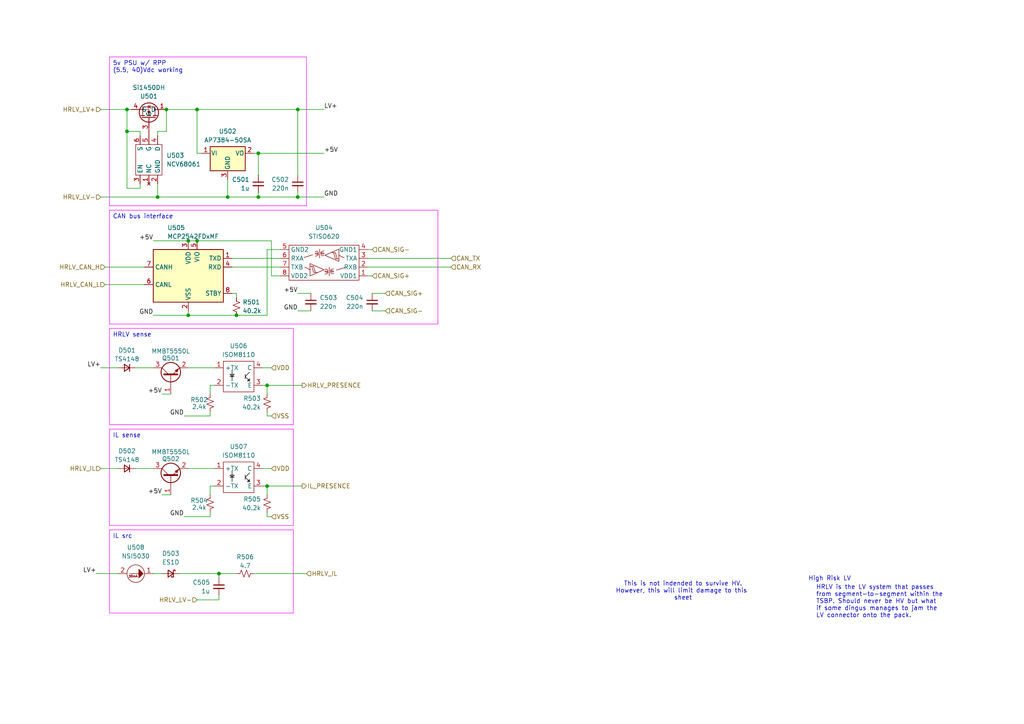
<source format=kicad_sch>
(kicad_sch (version 20250114) (generator "eeschema") (generator_version "9.0")
  (paper "A4")
  (title_block (title "BeeMS Master Board (A)") (rev "1.1") (company "UTA Racing") (comment 1 "Files at github.com/Gregification/BeeMS"))
  (lib_symbols
    (symbol "Device:C_Small" (pin_numbers (hide yes)) (pin_names (offset 0.254) (hide yes))
      (property "Reference" "C" (at 0.254 1.778 0))
      (property "Value" "C_Small" (at 0.254 -2.032 0))
      (symbol "C_Small_0_1"
        (polyline (pts (xy -1.524 0.508) (xy 1.524 0.508)) (stroke (width 0.3048)))
        (polyline (pts (xy -1.524 -0.508) (xy 1.524 -0.508)) (stroke (width 0.3302)))
      )
      (symbol "C_Small_1_1"
        (pin passive line (at 0 2.54 270) (length 2.032) (name "~") (number "1"))
        (pin passive line (at 0 -2.54 90) (length 2.032) (name "~") (number "2"))
      )
    )
    (symbol "Device:D_Schottky_Small" (pin_numbers (hide yes)) (pin_names (offset 0.254) (hide yes))
      (property "Reference" "D" (at -1.27 2.032 0))
      (property "Value" "D_Schottky_Small" (at -7.112 -2.032 0))
      (symbol "D_Schottky_Small_0_1"
        (polyline (pts (xy -1.27 0.762) (xy -1.27 1.016) (xy -0.762 1.016) (xy -0.762 -1.016) (xy -0.254 -1.016) (xy -0.254 -0.762)) (stroke (width 0.254)))
        (polyline (pts (xy -0.762 0) (xy 0.762 0)))
        (polyline (pts (xy 0.762 -1.016) (xy -0.762 0) (xy 0.762 1.016) (xy 0.762 -1.016)) (stroke (width 0.254)))
      )
      (symbol "D_Schottky_Small_1_1"
        (pin passive line (at -2.54 0 0) (length 1.778) (name "K") (number "1"))
        (pin passive line (at 2.54 0 180) (length 1.778) (name "A") (number "2"))
      )
    )
    (symbol "Device:D_Small" (pin_numbers (hide yes)) (pin_names (offset 0.254) (hide yes))
      (property "Reference" "D" (at -1.27 2.032 0))
      (property "Value" "D_Small" (at -3.81 -2.032 0))
      (symbol "D_Small_0_1"
        (polyline (pts (xy -0.762 0) (xy 0.762 0)))
        (polyline (pts (xy -0.762 -1.016) (xy -0.762 1.016)) (stroke (width 0.254)))
        (polyline (pts (xy 0.762 -1.016) (xy -0.762 0) (xy 0.762 1.016) (xy 0.762 -1.016)) (stroke (width 0.254)))
      )
      (symbol "D_Small_1_1"
        (pin passive line (at -2.54 0 0) (length 1.778) (name "K") (number "1"))
        (pin passive line (at 2.54 0 180) (length 1.778) (name "A") (number "2"))
      )
    )
    (symbol "Device:R_Small_US" (pin_numbers (hide yes)) (pin_names (offset 0.254) (hide yes))
      (property "Reference" "R" (at 0.762 0.508 0))
      (property "Value" "R_Small_US" (at 0.762 -1.016 0))
      (symbol "R_Small_US_1_1"
        (polyline (pts (xy 0 1.524) (xy 1.016 1.143) (xy 0 0.762) (xy -1.016 0.381) (xy 0 0)))
        (polyline (pts (xy 0 0) (xy 1.016 -0.381) (xy 0 -0.762) (xy -1.016 -1.143) (xy 0 -1.524)))
        (pin passive line (at 0 2.54 270) (length 1.016) (name "~") (number "1"))
        (pin passive line (at 0 -2.54 90) (length 1.016) (name "~") (number "2"))
      )
    )
    (symbol "Interface_CAN_LIN:MCP2542FDxMF"
      (property "Reference" "U" (at -10.16 8.89 0))
      (property "Value" "MCP2542FDxMF" (at 2.54 8.89 0))
      (symbol "MCP2542FDxMF_0_1"
        (rectangle (start -10.16 7.62) (end 10.16 -7.62) (stroke (width 0.254)) (fill (type background)))
      )
      (symbol "MCP2542FDxMF_1_1"
        (pin input line (at -12.7 5.08 0) (length 2.54) (name "TXD") (number "1"))
        (pin output line (at -12.7 2.54 0) (length 2.54) (name "RXD") (number "4"))
        (pin input line (at -12.7 -5.08 0) (length 2.54) (name "STBY") (number "8"))
        (pin power_in line (at -2.54 10.16 270) (length 2.54) (name "VIO") (number "5"))
        (pin power_in line (at 0 10.16 270) (length 2.54) (name "VDD") (number "3"))
        (pin power_in line (at 0 -10.16 90) (length 2.54) (name "VSS") (number "2"))
        (pin passive line (at 0 -10.16 90) (length 2.54) (hide yes) (name "VSS") (number "9"))
        (pin bidirectional line (at 12.7 2.54 180) (length 2.54) (name "CANH") (number "7"))
        (pin bidirectional line (at 12.7 -2.54 180) (length 2.54) (name "CANL") (number "6"))
      )
    )
    (symbol "Regulator_Linear:AP7384-50SA" (pin_names (offset 0.254))
      (property "Reference" "U" (at -3.81 3.175 0))
      (property "Value" "AP7384-50SA" (at 0 3.175 0))
      (symbol "AP7384-50SA_0_1"
        (rectangle (start -5.08 1.905) (end 5.08 -5.08) (stroke (width 0.254)) (fill (type background)))
      )
      (symbol "AP7384-50SA_1_1"
        (pin power_in line (at -7.62 0 0) (length 2.54) (name "VI") (number "1"))
        (pin power_in line (at 0 -7.62 90) (length 2.54) (name "GND") (number "3"))
        (pin power_out line (at 7.62 0 180) (length 2.54) (name "VO") (number "2"))
      )
    )
    (symbol "Transistor_BJT:MMBT5550L" (pin_names (offset 0) (hide yes))
      (property "Reference" "Q" (at 5.08 1.905 0))
      (property "Value" "MMBT5550L" (at 5.08 0 0))
      (symbol "MMBT5550L_0_1"
        (polyline (pts (xy -2.54 0) (xy 0.635 0)))
        (polyline (pts (xy 0.635 1.905) (xy 0.635 -1.905)) (stroke (width 0.508)))
        (circle (center 1.27 0) (radius 2.8194) (stroke (width 0.254)))
      )
      (symbol "MMBT5550L_1_1"
        (polyline (pts (xy 0.635 0.635) (xy 2.54 2.54)))
        (polyline (pts (xy 0.635 -0.635) (xy 2.54 -2.54)))
        (polyline (pts (xy 1.27 -1.778) (xy 1.778 -1.27) (xy 2.286 -2.286) (xy 1.27 -1.778)) (fill (type outline)))
        (pin input line (at -5.08 0 0) (length 2.54) (name "B") (number "1"))
        (pin passive line (at 2.54 5.08 270) (length 2.54) (name "C") (number "3"))
        (pin passive line (at 2.54 -5.08 90) (length 2.54) (name "E") (number "2"))
      )
    )
    (symbol "zzLocalLibrary:ISOM811_0_3"
      (property "Reference" "U" (at -0.508 6.858 0))
      (property "Value" "ISOM8110" (at -0.508 5.334 0))
      (symbol "ISOM811_0_3_0_1"
        (rectangle (start -5.08 4.445) (end 3.81 -4.445))
        (polyline (pts (xy -2.54 1.905) (xy -2.54 -1.27) (xy -2.54 0) (xy -3.175 0.635) (xy -1.905 0.635) (xy -2.54 0) (xy -3.175 0) (xy -1.905 0)) (stroke (width 0) (color 0 0 0 1)))
        (polyline (pts (xy 2.54 1.27) (xy 2.54 1.27) (xy 1.27 0) (xy 1.27 0.635) (xy 1.27 -0.635) (xy 1.27 0) (xy 2.54 -1.27)) (stroke (width 0) (color 0 0 0 1)))
        (polyline (pts (xy 2.54 -1.27) (xy 1.905 -1.27) (xy 2.54 -0.635) (xy 2.54 -1.27)) (stroke (width 0) (color 0 0 0 1)))
      )
      (symbol "ISOM811_0_3_1_1"
        (pin input line (at -7.62 2.54 0) (length 2.54) (name "+TX") (number "1"))
        (pin input line (at -7.62 -2.54 0) (length 2.54) (name "-TX") (number "2"))
        (pin power_in line (at 6.35 2.54 180) (length 2.54) (name "C") (number "4"))
        (pin power_out line (at 6.35 -2.54 180) (length 2.54) (name "E") (number "3"))
      )
    )
    (symbol "zzLocalLibrary:NCV68061"
      (property "Reference" "U" (at -0.254 7.112 0))
      (property "Value" "NCV68061" (at -0.254 5.334 0))
      (symbol "NCV68061_0_1"
        (rectangle (start -5.08 3.81) (end 3.81 -3.81))
      )
      (symbol "NCV68061_1_1"
        (pin input line (at -7.62 2.54 0) (length 2.54) (name "EN") (number "3"))
        (pin no_connect line (at -7.62 0 0) (length 2.54) (name "NC") (number "1"))
        (pin input line (at -7.62 -2.54 0) (length 2.54) (name "GND") (number "2"))
        (pin input line (at 6.35 2.54 180) (length 2.54) (name "S") (number "6"))
        (pin input line (at 6.35 0 180) (length 2.54) (name "G") (number "5"))
        (pin input line (at 6.35 -2.54 180) (length 2.54) (name "D") (number "4"))
      )
    )
    (symbol "zzLocalLibrary:NSI45030"
      (property "Reference" "U" (at 0 5.08 0))
      (property "Value" "NSI5030" (at 0 0 0))
      (symbol "NSI45030_0_1"
        (circle (center 0 0) (radius 2.54))
        (polyline (pts (xy 1.651 0) (xy -2.159 0) (xy -0.889 1.27) (xy -0.889 -1.27) (xy -2.159 0)) (fill (type outline)))
      )
      (symbol "NSI45030_1_1"
        (text "30mA" (at 0.762 0.762 0) (effects (font (size 0.635 0.635))))
        (pin power_out line (at -5.08 0 0) (length 2.54) (name "") (number "1"))
        (pin power_in line (at 5.08 0 180) (length 2.54) (name "") (number "2"))
      )
    )
    (symbol "zzLocalLibrary:STISO621"
      (property "Reference" "U" (at -0.254 6.35 0))
      (property "Value" "STISO620" (at 0 0 0))
      (symbol "STISO621_0_1"
        (rectangle (start -10.16 5.08) (end 10.16 -5.08))
        (polyline (pts (xy -5.842 -1.397) (xy -4.318 -2.159)))
        (polyline (pts (xy -4.318 -3.937) (xy -4.318 -0.381) (xy -0.254 -2.159) (xy -4.318 -3.937)))
        (polyline (pts (xy -4.064 -1.143) (xy -3.302 -1.143) (xy -2.794 -2.921) (xy -2.286 -2.921) (xy -3.302 -2.921) (xy -3.81 -1.143) (xy -4.318 -1.143)))
        (polyline (pts (xy -3.556 2.159) (xy -6.096 1.397)))
        (bezier (pts (xy -2.794 2.54) (xy -1.524 1.524) (xy -1.778 3.81) (xy -2.794 3.048)))
        (bezier (pts (xy -2.794 1.778) (xy -1.016 2.032) (xy -2.286 3.048) (xy -2.794 2.54)))
        (polyline (pts (xy -1.524 3.81) (xy -1.524 1.27)))
        (bezier (pts (xy -0.254 3.302) (xy -2.032 3.048) (xy -0.762 2.032) (xy -0.254 2.54)))
        (bezier (pts (xy -0.254 2.54) (xy -1.524 3.556) (xy -1.27 1.27) (xy -0.254 2.032)))
        (bezier (pts (xy 0 -2.667) (xy 1.27 -3.683) (xy 1.016 -1.397) (xy 0 -2.159)))
        (bezier (pts (xy 0 -3.429) (xy 1.778 -3.175) (xy 0.508 -2.159) (xy 0 -2.667)))
        (polyline (pts (xy 1.27 -3.937) (xy 1.27 -1.397)))
        (bezier (pts (xy 2.54 -1.905) (xy 0.762 -2.159) (xy 2.032 -3.175) (xy 2.54 -2.667)))
        (bezier (pts (xy 2.54 -2.667) (xy 1.27 -1.651) (xy 1.524 -3.937) (xy 2.54 -3.175)))
        (polyline (pts (xy 3.302 -2.286) (xy 5.842 -1.524)))
        (polyline (pts (xy 3.81 1.016) (xy 3.048 1.016) (xy 2.54 2.794) (xy 2.032 2.794) (xy 3.048 2.794) (xy 3.556 1.016) (xy 4.064 1.016)))
        (polyline (pts (xy 4.064 3.81) (xy 4.064 0.254) (xy 0 2.032) (xy 4.064 3.81)))
        (polyline (pts (xy 5.588 1.27) (xy 4.064 2.032)))
      )
      (symbol "STISO621_1_1"
        (pin input line (at -12.7 3.81 0) (length 2.54) (name "VDD1") (number "1"))
        (pin input line (at -12.7 1.27 0) (length 2.54) (name "RXB") (number "2"))
        (pin input line (at -12.7 -1.27 0) (length 2.54) (name "TXA") (number "3"))
        (pin input line (at -12.7 -3.81 0) (length 2.54) (name "GND1") (number "4"))
        (pin input line (at 12.7 3.81 180) (length 2.54) (name "VDD2") (number "8"))
        (pin input line (at 12.7 1.27 180) (length 2.54) (name "TXB") (number "7"))
        (pin input line (at 12.7 -1.27 180) (length 2.54) (name "RXA") (number "6"))
        (pin input line (at 12.7 -3.81 180) (length 2.54) (name "GND2") (number "5"))
      )
    )
    (symbol "zzLocalLibrary:Si1480DH"
      (property "Reference" "U" (at 0 0 0))
      (property "Value" "Si1450DH" (at 0 0 0))
      (symbol "Si1480DH_0_1"
        (polyline (pts (xy -2.54 -3.81) (xy -1.778 -3.81)))
        (polyline (pts (xy -2.286 -5.588) (xy -1.27 -5.588)) (stroke (width 0.254)))
        (polyline (pts (xy -1.905 -6.096) (xy 1.905 -6.096)) (stroke (width 0.254)))
        (circle (center -1.778 -3.81) (radius 0.254) (fill (type outline)))
        (polyline (pts (xy -0.508 -3.556) (xy -0.381 -3.429) (xy -0.381 -2.667) (xy -0.254 -2.54)))
        (polyline (pts (xy -0.508 -5.588) (xy 0.508 -5.588)) (stroke (width 0.254)))
        (polyline (pts (xy -0.381 -3.048) (xy 0.254 -3.429) (xy 0.254 -2.667) (xy -0.381 -3.048)))
        (circle (center 0 -4.699) (radius 2.794) (stroke (width 0.254)))
        (polyline (pts (xy 0 -5.334) (xy -0.381 -4.318) (xy 0.381 -4.318) (xy 0 -5.334)) (fill (type outline)))
        (polyline (pts (xy 0 -6.096) (xy 0 -8.89)))
        (polyline (pts (xy 1.27 -5.588) (xy 2.286 -5.588)) (stroke (width 0.254)))
        (circle (center 1.778 -3.81) (radius 0.254) (fill (type outline)))
        (polyline (pts (xy 1.778 -5.588) (xy 1.778 -3.048) (xy -1.778 -3.048) (xy -1.778 -5.588)))
        (polyline (pts (xy 2.54 -3.81) (xy 0 -3.81) (xy 0 -5.588)))
      )
      (symbol "Si1480DH_1_1"
        (pin passive line (at -5.08 -3.81 0) (length 2.54) (name "D") (number "1"))
        (pin passive line (at -5.08 -3.81 0) (length 2.54) (hide yes) (name "D") (number "2"))
        (pin passive line (at -5.08 -3.81 0) (length 2.54) (hide yes) (name "D") (number "5"))
        (pin passive line (at -5.08 -3.81 0) (length 2.54) (hide yes) (name "D") (number "6"))
        (pin input line (at 0 -11.43 90) (length 5.08) (name "G") (number "3"))
        (pin passive line (at 5.08 -3.81 180) (length 2.54) (name "S") (number "4"))
      )
    )
  )
  (text "High Risk LV" (at 234.442 167.894 0) (effects (font (size 1.27 1.27)) (justify left)))
  (text "This is not indended to survive HV.\nHowever, this will limit damage to this \nsheet\n" (at 198.12 171.45 0) (effects (font (size 1.27 1.27))))
  (text "	HRLV is the LV system that passes \n	from segment-to-segment within the \n	TSBP. Should never be HV but what \n	if some dingus manages to jam the\n	LV connector onto the pack." (at 231.902 169.672 0) (effects (font (size 1.27 1.27)) (justify left top)))
  (text_box "IL sense" (at 31.75 124.46 0) (size 53.34 27.94) (margins 0.9525 0.9525 0.9525 0.9525) (stroke (width 0) (color 255 0 255 1)) (effects (font (size 1.27 1.27)) (justify left top)))
  (text_box "HRLV sense" (at 31.75 95.25 0) (size 53.34 27.94) (margins 0.9525 0.9525 0.9525 0.9525) (stroke (width 0) (color 255 0 255 1)) (effects (font (size 1.27 1.27)) (justify left top)))
  (text_box "IL src" (at 31.75 153.67 0) (size 53.34 24.13) (margins 0.9525 0.9525 0.9525 0.9525) (stroke (width 0) (color 255 0 255 1)) (effects (font (size 1.27 1.27)) (justify left top)))
  (text_box "5v PSU w/ RPP\n(5.5, 40)Vdc working" (at 31.75 16.51 0) (size 57.15 43.18) (margins 0.9525 0.9525 0.9525 0.9525) (stroke (width 0) (color 255 0 255 1)) (effects (font (size 1.27 1.27)) (justify left top)))
  (text_box "CAN bus interface" (at 31.75 60.96 0) (size 95.25 33.02) (margins 0.9525 0.9525 0.9525 0.9525) (stroke (width 0) (color 255 0 255 1)) (effects (font (size 1.27 1.27)) (justify left top)))
  (junction (at 74.93 57.15))
  (junction (at 57.15 31.75))
  (junction (at 36.83 38.1))
  (junction (at 77.47 111.76))
  (junction (at 63.5 166.37))
  (junction (at 74.93 44.45))
  (junction (at 86.36 57.15))
  (junction (at 68.58 91.44))
  (junction (at 36.83 31.75))
  (junction (at 86.36 31.75))
  (junction (at 57.15 69.85))
  (junction (at 54.61 91.44))
  (junction (at 54.61 69.85))
  (junction (at 66.04 57.15))
  (junction (at 45.72 57.15))
  (junction (at 48.26 31.75))
  (junction (at 77.47 140.97))
  (wire (pts (xy 30.48 82.55) (xy 41.91 82.55)))
  (wire (pts (xy 60.96 120.65) (xy 60.96 119.38)))
  (wire (pts (xy 48.26 31.75) (xy 57.15 31.75)))
  (wire (pts (xy 68.58 85.09) (xy 68.58 86.36)))
  (wire (pts (xy 39.37 106.68) (xy 44.45 106.68)))
  (wire (pts (xy 36.83 54.61) (xy 40.64 54.61)))
  (wire (pts (xy 73.66 166.37) (xy 88.9 166.37)))
  (wire (pts (xy 77.47 111.76) (xy 87.63 111.76)))
  (wire (pts (xy 77.47 149.86) (xy 77.47 148.59)))
  (wire (pts (xy 45.72 39.37) (xy 45.72 38.1)))
  (wire (pts (xy 45.72 38.1) (xy 48.26 38.1)))
  (wire (pts (xy 86.36 90.17) (xy 90.17 90.17)))
  (wire (pts (xy 74.93 44.45) (xy 93.98 44.45)))
  (wire (pts (xy 36.83 38.1) (xy 40.64 38.1)))
  (wire (pts (xy 44.45 69.85) (xy 54.61 69.85)))
  (wire (pts (xy 57.15 173.99) (xy 63.5 173.99)))
  (wire (pts (xy 39.37 135.89) (xy 44.45 135.89)))
  (wire (pts (xy 60.96 111.76) (xy 60.96 114.3)))
  (wire (pts (xy 60.96 140.97) (xy 62.23 140.97)))
  (wire (pts (xy 36.83 31.75) (xy 38.1 31.75)))
  (wire (pts (xy 54.61 135.89) (xy 62.23 135.89)))
  (wire (pts (xy 77.47 143.51) (xy 77.47 140.97)))
  (wire (pts (xy 29.21 106.68) (xy 34.29 106.68)))
  (wire (pts (xy 107.95 80.01) (xy 106.68 80.01)))
  (wire (pts (xy 76.2 106.68) (xy 78.74 106.68)))
  (wire (pts (xy 86.36 31.75) (xy 86.36 50.8)))
  (wire (pts (xy 36.83 31.75) (xy 36.83 38.1)))
  (wire (pts (xy 53.34 120.65) (xy 60.96 120.65)))
  (wire (pts (xy 29.21 31.75) (xy 36.83 31.75)))
  (wire (pts (xy 73.66 44.45) (xy 74.93 44.45)))
  (wire (pts (xy 54.61 69.85) (xy 57.15 69.85)))
  (wire (pts (xy 60.96 149.86) (xy 60.96 148.59)))
  (wire (pts (xy 67.31 74.93) (xy 81.28 74.93)))
  (wire (pts (xy 76.2 135.89) (xy 78.74 135.89)))
  (wire (pts (xy 130.81 74.93) (xy 106.68 74.93)))
  (wire (pts (xy 78.74 149.86) (xy 77.47 149.86)))
  (wire (pts (xy 27.94 166.37) (xy 34.29 166.37)))
  (wire (pts (xy 77.47 91.44) (xy 77.47 72.39)))
  (wire (pts (xy 54.61 91.44) (xy 54.61 90.17)))
  (wire (pts (xy 68.58 85.09) (xy 67.31 85.09)))
  (wire (pts (xy 40.64 53.34) (xy 40.64 54.61)))
  (wire (pts (xy 44.45 166.37) (xy 46.99 166.37)))
  (wire (pts (xy 52.07 166.37) (xy 63.5 166.37)))
  (wire (pts (xy 130.81 77.47) (xy 106.68 77.47)))
  (wire (pts (xy 86.36 85.09) (xy 90.17 85.09)))
  (wire (pts (xy 77.47 120.65) (xy 77.47 119.38)))
  (wire (pts (xy 63.5 166.37) (xy 68.58 166.37)))
  (wire (pts (xy 54.61 91.44) (xy 68.58 91.44)))
  (wire (pts (xy 54.61 106.68) (xy 62.23 106.68)))
  (wire (pts (xy 74.93 44.45) (xy 74.93 50.8)))
  (wire (pts (xy 78.74 120.65) (xy 77.47 120.65)))
  (wire (pts (xy 44.45 91.44) (xy 54.61 91.44)))
  (wire (pts (xy 45.72 57.15) (xy 66.04 57.15)))
  (wire (pts (xy 40.64 39.37) (xy 40.64 38.1)))
  (wire (pts (xy 86.36 57.15) (xy 93.98 57.15)))
  (wire (pts (xy 46.99 114.3) (xy 49.53 114.3)))
  (wire (pts (xy 63.5 167.64) (xy 63.5 166.37)))
  (wire (pts (xy 66.04 52.07) (xy 66.04 57.15)))
  (wire (pts (xy 78.74 80.01) (xy 81.28 80.01)))
  (wire (pts (xy 36.83 38.1) (xy 36.83 54.61)))
  (wire (pts (xy 30.48 77.47) (xy 41.91 77.47)))
  (wire (pts (xy 57.15 31.75) (xy 86.36 31.75)))
  (wire (pts (xy 76.2 111.76) (xy 77.47 111.76)))
  (wire (pts (xy 68.58 91.44) (xy 77.47 91.44)))
  (wire (pts (xy 29.21 57.15) (xy 45.72 57.15)))
  (wire (pts (xy 78.74 69.85) (xy 57.15 69.85)))
  (wire (pts (xy 107.95 85.09) (xy 111.76 85.09)))
  (wire (pts (xy 77.47 114.3) (xy 77.47 111.76)))
  (wire (pts (xy 74.93 57.15) (xy 86.36 57.15)))
  (wire (pts (xy 29.21 135.89) (xy 34.29 135.89)))
  (wire (pts (xy 107.95 72.39) (xy 106.68 72.39)))
  (wire (pts (xy 111.76 90.17) (xy 107.95 90.17)))
  (wire (pts (xy 45.72 53.34) (xy 45.72 57.15)))
  (wire (pts (xy 76.2 140.97) (xy 77.47 140.97)))
  (wire (pts (xy 77.47 72.39) (xy 81.28 72.39)))
  (wire (pts (xy 77.47 140.97) (xy 87.63 140.97)))
  (wire (pts (xy 58.42 44.45) (xy 57.15 44.45)))
  (wire (pts (xy 66.04 57.15) (xy 74.93 57.15)))
  (wire (pts (xy 48.26 38.1) (xy 48.26 31.75)))
  (wire (pts (xy 78.74 69.85) (xy 78.74 80.01)))
  (wire (pts (xy 63.5 173.99) (xy 63.5 172.72)))
  (wire (pts (xy 67.31 77.47) (xy 81.28 77.47)))
  (wire (pts (xy 86.36 55.88) (xy 86.36 57.15)))
  (wire (pts (xy 60.96 111.76) (xy 62.23 111.76)))
  (wire (pts (xy 86.36 31.75) (xy 93.98 31.75)))
  (wire (pts (xy 53.34 149.86) (xy 60.96 149.86)))
  (wire (pts (xy 57.15 31.75) (xy 57.15 44.45)))
  (wire (pts (xy 74.93 55.88) (xy 74.93 57.15)))
  (wire (pts (xy 46.99 143.51) (xy 49.53 143.51)))
  (wire (pts (xy 60.96 143.51) (xy 60.96 140.97)))
  (label "GND" (at 44.45 91.44 180))
  (label "GND" (at 86.36 90.17 180))
  (label "+5V" (at 44.45 69.85 180))
  (label "GND" (at 53.34 120.65 180))
  (label "GND" (at 93.98 57.15 0))
  (label "GND" (at 53.34 149.86 180))
  (label "LV+" (at 29.21 106.68 180))
  (label "+5V" (at 93.98 44.45 0))
  (label "LV+" (at 27.94 166.37 180))
  (label "LV+" (at 93.98 31.75 0))
  (label "+5V" (at 46.99 143.51 180))
  (label "+5V" (at 46.99 114.3 180))
  (label "+5V" (at 86.36 85.09 180))
  (hierarchical_label "CAN_TX" (shape input) (at 130.81 74.93 0))
  (hierarchical_label "CAN_SIG-" (shape input) (at 107.95 72.39 0))
  (hierarchical_label "CAN_SIG+" (shape input) (at 107.95 80.01 0))
  (hierarchical_label "HRLV_CAN_L" (shape input) (at 30.48 82.55 180))
  (hierarchical_label "IL_PRESENCE" (shape output) (at 87.63 140.97 0))
  (hierarchical_label "CAN_RX" (shape input) (at 130.81 77.47 0))
  (hierarchical_label "HRLV_LV-" (shape input) (at 57.15 173.99 180))
  (hierarchical_label "HRLV_IL" (shape input) (at 29.21 135.89 180))
  (hierarchical_label "VSS" (shape input) (at 78.74 120.65 0))
  (hierarchical_label "CAN_SIG+" (shape input) (at 111.76 85.09 0))
  (hierarchical_label "HRLV_LV-" (shape input) (at 29.21 57.15 180))
  (hierarchical_label "HRLV_CAN_H" (shape input) (at 30.48 77.47 180))
  (hierarchical_label "VDD" (shape input) (at 78.74 106.68 0))
  (hierarchical_label "HRLV_LV+" (shape input) (at 29.21 31.75 180))
  (hierarchical_label "CAN_SIG-" (shape input) (at 111.76 90.17 0))
  (hierarchical_label "VDD" (shape input) (at 78.74 135.89 0))
  (hierarchical_label "HRLV_PRESENCE" (shape output) (at 87.63 111.76 0))
  (hierarchical_label "VSS" (shape input) (at 78.74 149.86 0))
  (hierarchical_label "HRLV_IL" (shape input) (at 88.9 166.37 0))
  (symbol (lib_id "Device:C_Small") (at 107.95 87.63 0) (mirror y) (unit 1)
    (property "Reference" "C504" (at 105.41 86.3662 0) (effects (justify left)))
    (property "Value" "220n" (at 105.41 88.9062 0) (effects (justify left)))
    (property "Footprint" "Capacitor_SMD:C_0805_2012Metric_Pad1.18x1.45mm_HandSolder" (effects (hide yes)))
    (property "Datasheet" "https://www.mouser.com/ProductDetail/Samsung-Electro-Mechanics/CL31B224KBFNNNF?qs=sGAEpiMZZMsh%252B1woXyUXj7iNKXiFkBmw7C%252BUlKpuDJ8%3D" (effects (hide yes)))
    (property "mouser" "https://www.mouser.com/ProductDetail/Samsung-Electro-Mechanics/CL21B224KCFSFNE?qs=664zcAxDQ0l4Y1eUk6Zc1g%3D%3D" (effects (hide yes)))
    (property "specs" "100VDC, X7R, 10%, -55C, +125C, 220nF" (effects (hide yes)))
    (property "unit x10" "0.054" (effects (hide yes)))
    (property "unit x1" "0.054" (effects (hide yes)))
  )
  (symbol (lib_id "zzLocalLibrary:Si1480DH") (at 43.18 27.94 0) (mirror y) (unit 1)
    (property "Reference" "U501" (at 43.18 27.94 0))
    (property "Value" "Si1450DH" (at 43.18 25.4 0))
    (property "Footprint" "Package_TO_SOT_SMD:SOT-363_SC-70-6" (effects (hide yes)))
    (property "Datasheet" "https://www.vishay.com/docs/67327/si1480dh.pdf" (effects (hide yes)))
    (property "specs" "2.6A cont, 200mOhm, 100Vds, +-20Vgs, -55C, +150C" (effects (hide yes)))
    (property "mouser" "https://www.mouser.com/ProductDetail/Vishay-Siliconix/SI1480DH-T1-BE3?qs=zW32dvEIR3scWOH7DHfYCg%3D%3D" (effects (hide yes)))
    (property "unit x10" "0.274" (effects (hide yes)))
    (property "unit x1" "0.34" (effects (hide yes)))
  )
  (symbol (lib_id "Device:R_Small_US") (at 77.47 116.84 0) (mirror x) (unit 1)
    (property "Reference" "R503" (at 75.692 115.57 0) (effects (justify right)))
    (property "Value" "40.2k" (at 75.692 118.11 0) (effects (justify right)))
    (property "Footprint" "Resistor_SMD:R_0805_2012Metric_Pad1.20x1.40mm_HandSolder" (effects (hide yes)))
    (property "Description" "Resistor, US symbol" (effects (hide yes)))
    (property "mouser" "https://www.mouser.com/ProductDetail/KOA-Speer/RK73H2ATTD4022F?qs=sGAEpiMZZMvdGkrng054txknJuA7M8fa4wn7EqIHwNI%3D" (effects (hide yes)))
    (property "specs" "40.2k ohm, 250mW, 1%, 150V, 100ppm, -55C, +155C" (effects (hide yes)))
    (property "unit x10" "0.02" (effects (hide yes)))
    (property "unit x1" "0.1" (effects (hide yes)))
  )
  (symbol (lib_id "Device:C_Small") (at 86.36 53.34 0) (mirror y) (unit 1)
    (property "Reference" "C502" (at 83.82 52.0762 0) (effects (justify left)))
    (property "Value" "220n" (at 83.82 54.6162 0) (effects (justify left)))
    (property "Footprint" "Capacitor_SMD:C_0805_2012Metric_Pad1.18x1.45mm_HandSolder" (effects (hide yes)))
    (property "Datasheet" "https://www.mouser.com/ProductDetail/Samsung-Electro-Mechanics/CL31B224KBFNNNF?qs=sGAEpiMZZMsh%252B1woXyUXj7iNKXiFkBmw7C%252BUlKpuDJ8%3D" (effects (hide yes)))
    (property "mouser" "https://www.mouser.com/ProductDetail/Samsung-Electro-Mechanics/CL21B224KCFSFNE?qs=664zcAxDQ0l4Y1eUk6Zc1g%3D%3D" (effects (hide yes)))
    (property "specs" "100VDC, X7R, 10%, -55C, +125C, 220nF" (effects (hide yes)))
    (property "unit x10" "0.054" (effects (hide yes)))
    (property "unit x1" "0.054" (effects (hide yes)))
  )
  (symbol (lib_id "zzLocalLibrary:NSI45030") (at 39.37 166.37 180) (unit 1)
    (property "Reference" "U508" (at 39.37 158.75 0))
    (property "Value" "NSI5030" (at 39.37 161.29 0))
    (property "Footprint" "Diode_SMD:Nexperia_CFP3_SOD-123W" (effects (hide yes)))
    (property "Description" "30mA constant currrent source" (effects (hide yes)))
    (property "mouser" "https://www.mouser.com/ProductDetail/onsemi/NSI45030AT1G?qs=lYuAOLy5nvaLfRb95mVxfw%3D%3D" (effects (hide yes)))
    (property "unit x1" "0.21" (effects (hide yes)))
    (property "unit x10" "0.141" (effects (hide yes)))
    (property "unit x25" "0.125" (effects (hide yes)))
  )
  (symbol (lib_id "Device:D_Schottky_Small") (at 49.53 166.37 0) (mirror y) (unit 1)
    (property "Reference" "D503" (at 49.53 160.528 0))
    (property "Value" "ES1D" (at 49.53 163.068 0))
    (property "Footprint" "Diode_SMD:D_SMA" (effects (hide yes)))
    (property "Description" "Schottky diode, small symbol" (effects (hide yes)))
    (property "mouser" "https://www.mouser.com/ProductDetail/onsemi-Fairchild/ES1C?qs=sGAEpiMZZMtbRapU8LlZDwxyh3P6uVi9ZaZE%252B629d7E%3D" (effects (hide yes)))
    (property "unit x10" "0.086" (effects (hide yes)))
    (property "specs" "920mVf, 150Vr, 1Aconstant, 15nSr,15Ar, 1.47W -50C, +150C" (effects (hide yes)))
    (property "unit x1" "0.10" (effects (hide yes)))
  )
  (symbol (lib_id "Transistor_BJT:MMBT5550L") (at 49.53 109.22 90) (unit 1)
    (property "Reference" "Q501" (at 49.53 103.886 90))
    (property "Value" "MMBT5550L" (at 49.53 101.854 90))
    (property "Footprint" "Package_TO_SOT_SMD:SOT-23" (effects (hide yes)))
    (property "Datasheet" "www.onsemi.com/pub/Collateral/MMBT5550LT1-D.PDF" (effects (hide yes)))
    (property "Description" "0.6A Ic, 140V Vce, NPN Transistor, SOT-23" (effects (hide yes)))
    (property "mouser" "https://www.mouser.com/ProductDetail/onsemi/MMBT5550LT1G?qs=R2UZ7gjkEjKW3fmkaqXxTw%3D%3D" (effects (hide yes)))
    (property "unit x10" "0.087" (effects (hide yes)))
    (property "unit x1" "0.14" (effects (hide yes)))
  )
  (symbol (lib_id "zzLocalLibrary:STISO621") (at 93.98 76.2 180) (unit 1)
    (property "Reference" "U504" (at 93.98 66.04 0))
    (property "Value" "STISO620" (at 93.98 68.58 0))
    (property "Footprint" "Package_SO:SOIC-8_7.5x5.85mm_P1.27mm" (effects (hide yes)))
    (property "mouser" "https://www.mouser.com/ProductDetail/STMicroelectronics/STISO621WTR?qs=DPoM0jnrROWnssw71EEUdg%3D%3D&srsltid=AfmBOooWor0VJktvanGRLm62GGRvBwRvNg6pgl64oBHJnTIBJyGQPB71" (effects (hide yes)))
    (property "specs" "galvanic isolation, 1.2kVDC working, 2 unidir chan, 100Mb/s, -40C, +125C" (effects (hide yes)))
    (property "unit x10" "2.22" (effects (hide yes)))
    (property "unit x1" "3.4" (effects (hide yes)))
  )
  (symbol (lib_id "Device:R_Small_US") (at 68.58 88.9 180) (unit 1)
    (property "Reference" "R501" (at 70.358 87.63 0) (effects (justify right)))
    (property "Value" "40.2k" (at 70.358 90.17 0) (effects (justify right)))
    (property "Footprint" "Resistor_SMD:R_0805_2012Metric_Pad1.20x1.40mm_HandSolder" (effects (hide yes)))
    (property "Description" "Resistor, US symbol" (effects (hide yes)))
    (property "mouser" "https://www.mouser.com/ProductDetail/KOA-Speer/RK73H2ATTD4022F?qs=sGAEpiMZZMvdGkrng054txknJuA7M8fa4wn7EqIHwNI%3D" (effects (hide yes)))
    (property "specs" "40.2k ohm, 250mW, 1%, 150V, 100ppm, -55C, +155C" (effects (hide yes)))
    (property "unit x10" "0.02" (effects (hide yes)))
    (property "unit x1" "0.1" (effects (hide yes)))
  )
  (symbol (lib_id "Device:D_Small") (at 36.83 106.68 180) (unit 1)
    (property "Reference" "D501" (at 36.83 101.6 0))
    (property "Value" "TS4148" (at 36.83 104.14 0))
    (property "Footprint" "Diode_SMD:D_0805_2012Metric_Pad1.15x1.40mm_HandSolder" (effects (hide yes)))
    (property "Datasheet" "https://services.taiwansemi.com/storage/resources/datasheet/TS4148%20SERIES_A2301.pdf" (effects (hide yes)))
    (property "Description" "Diode, small symbol" (effects (hide yes)))
    (property "Sim.Device" "D" (effects (hide yes)))
    (property "Sim.Pins" "1=K 2=A" (effects (hide yes)))
    (property "specs" "1Vf, 75Vr, 150mA, 2A surge, 500mW, 5pF, 5uAr , 4ns recov, -55C, +175C" (effects (hide yes)))
    (property "mouser" "https://www.mouser.com/ProductDetail/Taiwan-Semiconductor/TS4148-RBG?qs=sGAEpiMZZMtbRapU8LlZD%252B6h%2FWulpAkrjAQjxa2xmp6CGEuOYHRSog%3D%3D" (effects (hide yes)))
    (property "unit x1" "0.10" (effects (hide yes)))
    (property "unit x10" "0.054" (effects (hide yes)))
    (property "unit x100" "0.046" (effects (hide yes)))
  )
  (symbol (lib_id "Device:R_Small_US") (at 60.96 146.05 0) (mirror x) (unit 1)
    (property "Reference" "R504" (at 57.785 145.161 0))
    (property "Value" "2.4k" (at 57.785 147.193 0))
    (property "Footprint" "Resistor_SMD:R_0805_2012Metric_Pad1.20x1.40mm_HandSolder" (effects (hide yes)))
    (property "Description" "Resistor, small US symbol" (effects (hide yes)))
    (property "mouser" "https://www.mouser.com/ProductDetail/Panasonic/ERJ-P06J242V?qs=sGAEpiMZZMvdGkrng054t8AJgcdMkx7xOLqVcooAW3k%3D" (effects (hide yes)))
    (property "unit x10" "0.039" (effects (hide yes)))
    (property "unit x1" "0.12" (effects (hide yes)))
    (property "specs " "500mW, 5%, 200ppm, 400V, -55C, +155C, anti-surge, TF" (effects (hide yes)))
  )
  (symbol (lib_id "Transistor_BJT:MMBT5550L") (at 49.53 138.43 90) (unit 1)
    (property "Reference" "Q502" (at 49.53 133.096 90))
    (property "Value" "MMBT5550L" (at 49.53 131.064 90))
    (property "Footprint" "Package_TO_SOT_SMD:SOT-23" (effects (hide yes)))
    (property "Datasheet" "www.onsemi.com/pub/Collateral/MMBT5550LT1-D.PDF" (effects (hide yes)))
    (property "Description" "0.6A Ic, 140V Vce, NPN Transistor, SOT-23" (effects (hide yes)))
    (property "mouser" "https://www.mouser.com/ProductDetail/onsemi/MMBT5550LT1G?qs=R2UZ7gjkEjKW3fmkaqXxTw%3D%3D" (effects (hide yes)))
    (property "unit x10" "0.087" (effects (hide yes)))
    (property "unit x1" "0.14" (effects (hide yes)))
  )
  (symbol (lib_id "Device:R_Small_US") (at 60.96 116.84 0) (mirror x) (unit 1)
    (property "Reference" "R502" (at 57.785 115.951 0))
    (property "Value" "2.4k" (at 57.785 117.983 0))
    (property "Footprint" "Resistor_SMD:R_0805_2012Metric_Pad1.20x1.40mm_HandSolder" (effects (hide yes)))
    (property "Description" "Resistor, small US symbol" (effects (hide yes)))
    (property "mouser" "https://www.mouser.com/ProductDetail/Panasonic/ERJ-P06J242V?qs=sGAEpiMZZMvdGkrng054t8AJgcdMkx7xOLqVcooAW3k%3D" (effects (hide yes)))
    (property "unit x10" "0.039" (effects (hide yes)))
    (property "unit x1" "0.12" (effects (hide yes)))
    (property "specs " "500mW, 5%, 200ppm, 400V, -55C, +155C, anti-surge, TF" (effects (hide yes)))
  )
  (symbol (lib_id "Device:C_Small") (at 90.17 87.63 0) (unit 1)
    (property "Reference" "C503" (at 92.71 86.3662 0) (effects (justify left)))
    (property "Value" "220n" (at 92.71 88.9062 0) (effects (justify left)))
    (property "Footprint" "Capacitor_SMD:C_0805_2012Metric_Pad1.18x1.45mm_HandSolder" (effects (hide yes)))
    (property "Datasheet" "https://www.mouser.com/ProductDetail/Samsung-Electro-Mechanics/CL31B224KBFNNNF?qs=sGAEpiMZZMsh%252B1woXyUXj7iNKXiFkBmw7C%252BUlKpuDJ8%3D" (effects (hide yes)))
    (property "mouser" "https://www.mouser.com/ProductDetail/Samsung-Electro-Mechanics/CL21B224KCFSFNE?qs=664zcAxDQ0l4Y1eUk6Zc1g%3D%3D" (effects (hide yes)))
    (property "specs" "100VDC, X7R, 10%, -55C, +125C, 220nF" (effects (hide yes)))
    (property "unit x10" "0.054" (effects (hide yes)))
    (property "unit x1" "0.054" (effects (hide yes)))
  )
  (symbol (lib_id "Device:C_Small") (at 74.93 53.34 0) (mirror y) (unit 1)
    (property "Reference" "C501" (at 72.39 52.0762 0) (effects (justify left)))
    (property "Value" "1u" (at 72.39 54.6162 0) (effects (justify left)))
    (property "Footprint" "Capacitor_SMD:C_1206_3216Metric_Pad1.33x1.80mm_HandSolder" (effects (hide yes)))
    (property "mouser" "https://www.mouser.com/ProductDetail/Samsung-Electro-Mechanics/CL31B105KCHNNNE?qs=349EhDEZ59qH1i3RhF2lug%3D%3D" (effects (hide yes)))
    (property "specs" "1uF, 100VDC, X7R, 10%, -55C, +125C" (effects (hide yes)))
    (property "unit x10" "0.061" (effects (hide yes)))
    (property "unit x1" "0.15" (effects (hide yes)))
  )
  (symbol (lib_id "zzLocalLibrary:ISOM811_0_3") (at 69.85 138.43 0) (unit 1)
    (property "Reference" "U507" (at 69.215 129.54 0))
    (property "Value" "ISOM8110" (at 69.215 132.08 0))
    (property "Footprint" "zzLocalLibraries-Footprints:ISOM811_SOIC-4_DFG" (effects (hide yes)))
    (property "Datasheet" "https://www.ti.com/product/ISOM8111" (effects (hide yes)))
    (property "Description" "DC input, transistor output, single channel, opto-emulator with 150% to 230% CTR" (effects (hide yes)))
    (property "mouser" "https://www.mouser.com/ProductDetail/Texas-Instruments/ISOM8110DFGR?qs=mELouGlnn3cxIWDAbK%2FWDA%3D%3D" (effects (hide yes)))
    (property "unit x10" "0.231" (effects (hide yes)))
    (property "unit x1" "0.33" (effects (hide yes)))
    (property "specs" "1.5Vf, 5mA, 80Vce, 10mAout max" (effects (hide yes)))
  )
  (symbol (lib_id "zzLocalLibrary:ISOM811_0_3") (at 69.85 109.22 0) (unit 1)
    (property "Reference" "U506" (at 69.215 100.33 0))
    (property "Value" "ISOM8110" (at 69.215 102.87 0))
    (property "Footprint" "zzLocalLibraries-Footprints:ISOM811_SOIC-4_DFG" (effects (hide yes)))
    (property "Datasheet" "https://www.ti.com/product/ISOM8111" (effects (hide yes)))
    (property "Description" "DC input, transistor output, single channel, opto-emulator with 150% to 230% CTR" (effects (hide yes)))
    (property "mouser" "https://www.mouser.com/ProductDetail/Texas-Instruments/ISOM8110DFGR?qs=mELouGlnn3cxIWDAbK%2FWDA%3D%3D" (effects (hide yes)))
    (property "unit x10" "0.231" (effects (hide yes)))
    (property "unit x1" "0.33" (effects (hide yes)))
    (property "specs" "1.5Vf, 5mA, 80Vce, 10mAout max" (effects (hide yes)))
  )
  (symbol (lib_id "Device:C_Small") (at 63.5 170.18 0) (mirror y) (unit 1)
    (property "Reference" "C505" (at 60.96 168.9162 0) (effects (justify left)))
    (property "Value" "1u" (at 60.96 171.4562 0) (effects (justify left)))
    (property "Footprint" "Capacitor_SMD:C_1206_3216Metric_Pad1.33x1.80mm_HandSolder" (effects (hide yes)))
    (property "mouser" "https://www.mouser.com/ProductDetail/Samsung-Electro-Mechanics/CL31B105KCHNNNE?qs=349EhDEZ59qH1i3RhF2lug%3D%3D" (effects (hide yes)))
    (property "specs" "1uF, 100VDC, X7R, 10%, -55C, +125C" (effects (hide yes)))
    (property "unit x10" "0.061" (effects (hide yes)))
    (property "unit x1" "0.15" (effects (hide yes)))
  )
  (symbol (lib_id "Regulator_Linear:AP7384-50SA") (at 66.04 44.45 0) (unit 1)
    (property "Reference" "U502" (at 66.04 38.1 0))
    (property "Value" "AP7384-50SA" (at 66.04 40.64 0))
    (property "Footprint" "Package_TO_SOT_SMD:SOT-23" (effects (hide yes)))
    (property "Datasheet" "https://www.diodes.com/assets/Datasheets/AP7384.pdf" (effects (hide yes)))
    (property "Description" "50mA Low Dropout Voltage Regulator, Fixed Output 5V, Wide Input Voltage Range 40V, SOT-23" (effects (hide yes)))
    (property "mouser" "https://www.mouser.com/ProductDetail/Diodes-Incorporated/AP7375-50SA-7?qs=t7xnP681wgX8yYKy1Pe5iA%3D%3D" (effects (hide yes)))
    (property "unit x1" "0.25" (effects (hide yes)))
    (property "unit x10" "0.174" (effects (hide yes)))
    (property "unit x25" "0.154" (effects (hide yes)))
  )
  (symbol (lib_id "Device:R_Small_US") (at 71.12 166.37 270) (unit 1)
    (property "Reference" "R506" (at 71.12 161.544 90))
    (property "Value" "4.7" (at 71.12 164.084 90))
    (property "Footprint" "Resistor_SMD:R_1206_3216Metric_Pad1.30x1.75mm_HandSolder" (effects (hide yes)))
    (property "Description" "Resistor, US symbol" (effects (hide yes)))
    (property "mouser" "https://www.mouser.com/ProductDetail/SEI-Stackpole/RPC1206JT4R70-UP?qs=sGAEpiMZZMvdGkrng054txLI%2FDB4oIKDXtdLgSWjnqmlrhSMIqpoQw%3D%3D" (effects (hide yes)))
    (property "specs" "4.7 ohm, 750mW, 500V, pulse, 5% 200ppm, -55C, +155C" (effects (hide yes)))
    (property "unit x10" "0.058" (effects (hide yes)))
    (property "unit x1" "0.24" (effects (hide yes)))
  )
  (symbol (lib_id "Device:R_Small_US") (at 77.47 146.05 0) (mirror x) (unit 1)
    (property "Reference" "R505" (at 75.692 144.78 0) (effects (justify right)))
    (property "Value" "40.2k" (at 75.692 147.32 0) (effects (justify right)))
    (property "Footprint" "Resistor_SMD:R_0805_2012Metric_Pad1.20x1.40mm_HandSolder" (effects (hide yes)))
    (property "Description" "Resistor, US symbol" (effects (hide yes)))
    (property "mouser" "https://www.mouser.com/ProductDetail/KOA-Speer/RK73H2ATTD4022F?qs=sGAEpiMZZMvdGkrng054txknJuA7M8fa4wn7EqIHwNI%3D" (effects (hide yes)))
    (property "specs" "40.2k ohm, 250mW, 1%, 150V, 100ppm, -55C, +155C" (effects (hide yes)))
    (property "unit x10" "0.02" (effects (hide yes)))
    (property "unit x1" "0.1" (effects (hide yes)))
  )
  (symbol (lib_id "Interface_CAN_LIN:MCP2542FDxMF") (at 54.61 80.01 0) (mirror y) (unit 1)
    (property "Reference" "U505" (at 48.514 66.04 0) (effects (justify right)))
    (property "Value" "MCP2542FDxMF" (at 48.514 68.58 0) (effects (justify right)))
    (property "Footprint" "Package_SO:SOIC-8_3.9x4.9mm_P1.27mm" (effects (hide yes)))
    (property "Datasheet" "http://ww1.microchip.com/downloads/en/DeviceDoc/MCP2542FD-4FD-MCP2542WFD-4WFD-Data-Sheet20005514B.pdf" (effects (hide yes)))
    (property "Description" "CAN-FD Transceiver, Wake-Up on CAN activity, 8Mbps, 5V supply, STBY pin, 3x3 DFN-8" (effects (hide yes)))
    (property "mouser" "https://www.mouser.com/ProductDetail/579-MCP2542FD-E-SN" (effects (hide yes)))
    (property "unit x10" "0.86" (effects (hide yes)))
  )
  (symbol (lib_id "zzLocalLibrary:NCV68061") (at 43.18 45.72 90) (unit 1)
    (property "Reference" "U503" (at 48.26 45.0849 90) (effects (justify right)))
    (property "Value" "NCV68061" (at 48.26 47.6249 90) (effects (justify right)))
    (property "Footprint" "Package_TO_SOT_SMD:TSOT-23-6" (effects (hide yes)))
    (property "Datasheet" "https://www.mouser.com/datasheet/3/101/1/NCV68061-D.PDF" (effects (hide yes)))
    (property "mouser" "https://www.mouser.com/ProductDetail/onsemi/NCV68061SNAIT1G?qs=doiCPypUmgHn1VQ7KpkgdQ%3D%3D" (effects (hide yes)))
    (property "unit x10" "0.59" (effects (hide yes)))
    (property "unit x1" "0.83" (effects (hide yes)))
  )
  (symbol (lib_id "Device:D_Small") (at 36.83 135.89 180) (unit 1)
    (property "Reference" "D502" (at 36.83 130.81 0))
    (property "Value" "TS4148" (at 36.83 133.35 0))
    (property "Footprint" "Diode_SMD:D_0805_2012Metric_Pad1.15x1.40mm_HandSolder" (effects (hide yes)))
    (property "Datasheet" "https://services.taiwansemi.com/storage/resources/datasheet/TS4148%20SERIES_A2301.pdf" (effects (hide yes)))
    (property "Description" "Diode, small symbol" (effects (hide yes)))
    (property "Sim.Device" "D" (effects (hide yes)))
    (property "Sim.Pins" "1=K 2=A" (effects (hide yes)))
    (property "specs" "1Vf, 75Vr, 150mA, 2A surge, 500mW, 5pF, 5uAr , 4ns recov, -55C, +175C" (effects (hide yes)))
    (property "mouser" "https://www.mouser.com/ProductDetail/Taiwan-Semiconductor/TS4148-RBG?qs=sGAEpiMZZMtbRapU8LlZD%252B6h%2FWulpAkrjAQjxa2xmp6CGEuOYHRSog%3D%3D" (effects (hide yes)))
    (property "unit x1" "0.10" (effects (hide yes)))
    (property "unit x10" "0.054" (effects (hide yes)))
    (property "unit x100" "0.046" (effects (hide yes)))
  )
)
</source>
